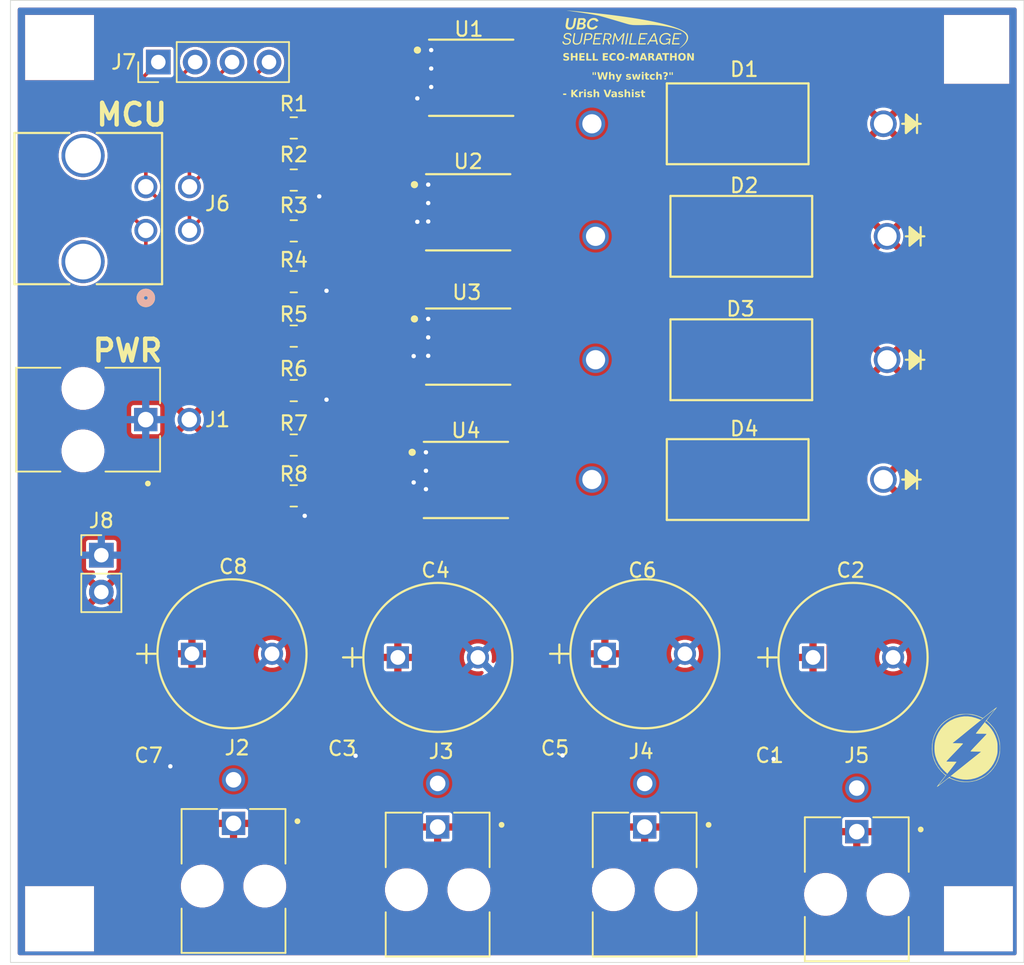
<source format=kicad_pcb>
(kicad_pcb (version 20241229) (generator "pcbnew") (generator_version "9.0")
  (layers (0 "F.Cu" signal) (2 "B.Cu" signal) (13 "F.Paste" user) (15 "B.Paste" user) (5 "F.SilkS" user "F.Silkscreen") (7 "B.SilkS" user "B.Silkscreen") (1 "F.Mask" user) (3 "B.Mask" user) (25 "Edge.Cuts" user))
  (net 0 "")
  (net 1 "GND")
  (net 2 "+VDC")
  (net 3 "/Drain_Q1")
  (net 4 "/Drain_Q3")
  (net 5 "/Drain_Q4")
  (net 6 "Net-(U1-G)")
  (net 7 "Net-(U2-G)")
  (net 8 "Net-(U3-G)")
  (net 9 "Net-(U4-G)")
  (net 10 "/Drain_Q2")
  (net 11 "/mcu_p1")
  (net 12 "/mcu_p2")
  (net 13 "/mcu_p3")
  (net 14 "/mcu_p4")
  (footprint "footprints_diodes:CR_30-E3&slash_54_VIS" (layer "F.Cu") (at 179.3345 45.5 180)
    (property "Reference" "D2" (at 9.8345 3.5 0) (layer "F.SilkS"))
    (property "Value" "D" (hide yes))
    (pad "1" thru_hole circle (at 0 0 180) (size 1.8288 1.8288) (drill 1.3208) (layers "*.Cu" "*.Mask") (net 2 "+VDC"))
    (pad "2" thru_hole circle (at 20.066 0 180) (size 1.8288 1.8288) (drill 1.3208) (layers "*.Cu" "*.Mask") (net 10 "/Drain_Q2"))
  )
  (footprint "footprints_43045-0221:MOLEX_43045-0221" (layer "F.Cu") (at 177.25 86.5)
    (property "Reference" "J5" (at 0 -5.25 0) (layer "F.SilkS"))
    (property "Value" "43045-0221")
    (pad "" np_thru_hole circle (at -2.15 4.32) (size 2.46 2.46) (drill 2.46) (layers "*.Cu" "*.Mask"))
    (pad "" np_thru_hole circle (at 2.15 4.32) (size 2.46 2.46) (drill 2.46) (layers "*.Cu" "*.Mask"))
    (pad "1" thru_hole rect (at 0 0) (size 1.605 1.605) (drill 1.07) (layers "*.Cu" "*.Mask") (net 2 "+VDC"))
    (pad "2" thru_hole circle (at 0 -3) (size 1.605 1.605) (drill 1.07) (layers "*.Cu" "*.Mask") (net 3 "/Drain_Q1"))
    (zone (net 0) (net_name "") (layer "F.Cu") (connect_pads (clearance 0)) (min_thickness 0.01)
      (keepout (tracks not_allowed) (vias not_allowed) (pads not_allowed) (copperpour not_allowed) (footprints allowed))
      (fill (thermal_gap 0.508) (thermal_bridge_width 0.508))
      (polygon (pts (xy 173.175 87.16) (xy 175.625 87.16) (xy 175.625 88.76) (xy 173.175 88.76)))
    )
    (zone (net 0) (net_name "") (layer "F.Cu") (connect_pads (clearance 0)) (min_thickness 0.01)
      (keepout (tracks not_allowed) (vias not_allowed) (pads not_allowed) (copperpour not_allowed) (footprints allowed))
      (fill (thermal_gap 0.508) (thermal_bridge_width 0.508))
      (polygon (pts (xy 178.875 87.16) (xy 181.325 87.16) (xy 181.325 88.76) (xy 178.875 88.76)))
    )
  )
  (footprint "Connector_PinHeader_2.54mm:PinHeader_1x04_P2.54mm_Vertical" (layer "F.Cu") (at 129.17 33.5 90)
    (property "Reference" "J7" (at 0 -2.38 180) (layer "F.SilkS"))
    (property "Value" "Conn_01x04_Pin")
    (pad "1" thru_hole rect (at 0 0 90) (size 1.7 1.7) (drill 1) (layers "*.Cu" "*.Mask") (net 11 "/mcu_p1"))
    (pad "2" thru_hole circle (at 0 2.54 90) (size 1.7 1.7) (drill 1) (layers "*.Cu" "*.Mask") (net 12 "/mcu_p2"))
    (pad "3" thru_hole circle (at 0 5.08 90) (size 1.7 1.7) (drill 1) (layers "*.Cu" "*.Mask") (net 13 "/mcu_p3"))
    (pad "4" thru_hole circle (at 0 7.62 90) (size 1.7 1.7) (drill 1) (layers "*.Cu" "*.Mask") (net 14 "/mcu_p4"))
  )
  (footprint "footprints_43045-0221:MOLEX_43045-0221" (layer "F.Cu") (at 134.35 85.93)
    (property "Reference" "J2" (at 0.245 -5.205 0) (layer "F.SilkS"))
    (property "Value" "43045-0221")
    (pad "" np_thru_hole circle (at -2.15 4.32) (size 2.46 2.46) (drill 2.46) (layers "*.Cu" "*.Mask"))
    (pad "" np_thru_hole circle (at 2.15 4.32) (size 2.46 2.46) (drill 2.46) (layers "*.Cu" "*.Mask"))
    (pad "1" thru_hole rect (at 0 0) (size 1.605 1.605) (drill 1.07) (layers "*.Cu" "*.Mask") (net 2 "+VDC"))
    (pad "2" thru_hole circle (at 0 -3) (size 1.605 1.605) (drill 1.07) (layers "*.Cu" "*.Mask") (net 5 "/Drain_Q4"))
    (zone (net 0) (net_name "") (layer "F.Cu") (connect_pads (clearance 0)) (min_thickness 0.01)
      (keepout (tracks not_allowed) (vias not_allowed) (pads not_allowed) (copperpour not_allowed) (footprints allowed))
      (fill (thermal_gap 0.508) (thermal_bridge_width 0.508))
      (polygon (pts (xy 130.275 86.59) (xy 132.725 86.59) (xy 132.725 88.19) (xy 130.275 88.19)))
    )
    (zone (net 0) (net_name "") (layer "F.Cu") (connect_pads (clearance 0)) (min_thickness 0.01)
      (keepout (tracks not_allowed) (vias not_allowed) (pads not_allowed) (copperpour not_allowed) (footprints allowed))
      (fill (thermal_gap 0.508) (thermal_bridge_width 0.508))
      (polygon (pts (xy 135.975 86.59) (xy 138.425 86.59) (xy 138.425 88.19) (xy 135.975 88.19)))
    )
  )
  (footprint "footprints_mosfet:DQJ0008A-MFG" (layer "F.Cu") (at 150.502499 53.095)
    (property "Reference" "U3" (at -0.094 -3.735 0) (layer "F.SilkS"))
    (property "Value" "CSD17578Q5A")
    (pad "1" smd rect (at -2.752499 -1.905) (size 0.750001 0.675) (layers "F.Cu" "F.Mask") (net 1 "GND"))
    (pad "2" smd rect (at -2.752499 -0.635) (size 0.750001 0.675) (layers "F.Cu" "F.Mask") (net 1 "GND"))
    (pad "3" smd rect (at -2.752499 0.635) (size 0.750001 0.675) (layers "F.Cu" "F.Mask") (net 1 "GND"))
    (pad "4" smd rect (at -2.752499 1.905) (size 0.750001 0.675) (layers "F.Cu" "F.Mask") (net 8 "Net-(U3-G)"))
    (pad "5" smd rect (at 0.45 -0.05) (size 4.45 4.5) (layers "F.Cu" "F.Mask" "F.Paste") (net 4 "/Drain_Q3"))
    (pad "5" smd circle (at 2.794 1.905) (size 0.599999 0.599999) (layers "F.Cu" "F.Mask") (net 4 "/Drain_Q3"))
    (pad "6" smd circle (at 2.794 0.635) (size 0.599999 0.599999) (layers "F.Cu" "F.Mask") (net 4 "/Drain_Q3"))
    (pad "7" smd circle (at 2.794 -0.635) (size 0.599999 0.599999) (layers "F.Cu" "F.Mask") (net 4 "/Drain_Q3"))
    (pad "8" smd circle (at 2.794 -1.905) (size 0.599999 0.599999) (layers "F.Cu" "F.Mask") (net 4 "/Drain_Q3"))
  )
  (footprint "footprints_capacitor:PCAP_10x16-THRU-ELECT_NCA" (layer "F.Cu") (at 131.4882 74.25)
    (property "Reference" "C8" (at 2.83915 -6 0) (layer "F.SilkS"))
    (property "Value" "200 μ")
    (pad "1" thru_hole rect (at 0 0) (size 1.524 1.524) (drill 1.016) (layers "*.Cu" "*.Mask") (net 2 "+VDC"))
    (pad "2" thru_hole circle (at 5.5118 0) (size 1.524 1.524) (drill 1.016) (layers "*.Cu" "*.Mask") (net 1 "GND"))
  )
  (footprint "footprints_mosfet:DQJ0008A-MFG" (layer "F.Cu") (at 150.70775 34.579998)
    (property "Reference" "U1" (at -0.161251 -3.349998 0) (layer "F.SilkS"))
    (property "Value" "CSD17578Q5A")
    (pad "1" smd rect (at -2.752499 -1.905) (size 0.750001 0.675) (layers "F.Cu" "F.Mask") (net 1 "GND"))
    (pad "2" smd rect (at -2.752499 -0.635) (size 0.750001 0.675) (layers "F.Cu" "F.Mask") (net 1 "GND"))
    (pad "3" smd rect (at -2.752499 0.635) (size 0.750001 0.675) (layers "F.Cu" "F.Mask") (net 1 "GND"))
    (pad "4" smd rect (at -2.752499 1.905) (size 0.750001 0.675) (layers "F.Cu" "F.Mask") (net 6 "Net-(U1-G)"))
    (pad "5" smd rect (at 0.45 -0.05) (size 4.45 4.5) (layers "F.Cu" "F.Mask" "F.Paste") (net 3 "/Drain_Q1"))
    (pad "5" smd circle (at 2.794 1.905) (size 0.599999 0.599999) (layers "F.Cu" "F.Mask") (net 3 "/Drain_Q1"))
    (pad "6" smd circle (at 2.794 0.635) (size 0.599999 0.599999) (layers "F.Cu" "F.Mask") (net 3 "/Drain_Q1"))
    (pad "7" smd circle (at 2.794 -0.635) (size 0.599999 0.599999) (layers "F.Cu" "F.Mask") (net 3 "/Drain_Q1"))
    (pad "8" smd circle (at 2.794 -1.905) (size 0.599999 0.599999) (layers "F.Cu" "F.Mask") (net 3 "/Drain_Q1"))
  )
  (footprint "footprints_decoupling:CAPC17595_95N_KEM" (layer "F.Cu") (at 142 82.272201)
    (property "Reference" "C3" (at -0.1742 -1.5 0) (layer "F.SilkS"))
    (property "Value" "0.1 μ")
    (pad "1" smd rect (at -0.727799 0) (size 1.005599 0.949998) (layers "F.Cu" "F.Mask" "F.Paste") (net 2 "+VDC"))
    (pad "2" smd rect (at 0.727799 0) (size 1.005599 0.949998) (layers "F.Cu" "F.Mask" "F.Paste") (net 1 "GND"))
    (zone (net 0) (net_name "") (layer "F.Cu") (connect_pads (clearance 0)) (min_thickness 0.254)
      (keepout (tracks not_allowed) (vias not_allowed) (pads allowed) (copperpour not_allowed) (footprints allowed))
      (fill (thermal_gap 0.508) (thermal_bridge_width 0.508))
      (polygon (pts (xy 141.8258 81.848002) (xy 142.1742 81.848002) (xy 142.1742 82.6964) (xy 141.8258 82.6964)))
    )
  )
  (footprint "footprints_capacitor:PCAP_10x16-THRU-ELECT_NCA" (layer "F.Cu") (at 159.91085 74.25)
    (property "Reference" "C6" (at 2.58915 -5.75 0) (layer "F.SilkS"))
    (property "Value" "200 μ")
    (pad "1" thru_hole rect (at 0 0) (size 1.524 1.524) (drill 1.016) (layers "*.Cu" "*.Mask") (net 2 "+VDC"))
    (pad "2" thru_hole circle (at 5.5118 0) (size 1.524 1.524) (drill 1.016) (layers "*.Cu" "*.Mask") (net 1 "GND"))
  )
  (footprint "footprints_diodes:CR_30-E3&slash_54_VIS" (layer "F.Cu") (at 179.0845 37.75 180)
    (property "Reference" "D1" (hide yes))
    (property "Value" "D" (hide yes))
    (pad "1" thru_hole circle (at 0 0 180) (size 1.8288 1.8288) (drill 1.3208) (layers "*.Cu" "*.Mask") (net 2 "+VDC"))
    (pad "2" thru_hole circle (at 20.066 0 180) (size 1.8288 1.8288) (drill 1.3208) (layers "*.Cu" "*.Mask") (net 3 "/Drain_Q1"))
  )
  (footprint "footprints_capacitor:flash_logo" (layer "F.Cu") (at 184.75 80.75)
    (property "Reference" "G***" (hide yes))
    (property "Value" "LOGO" (hide yes))
  )
  (footprint "MountingHole:MountingHole_2.2mm_M2_DIN965" (layer "F.Cu") (at 185.5 32.5)
    (property "Reference" "REF**" (hide yes))
    (property "Value" "MountingHole_2")
    (pad "" np_thru_hole circle (at 0 0) (size 2.2 2.2) (drill 2.2) (layers "*.Cu" "*.Mask"))
  )
  (footprint "Resistor_SMD:R_0805_2012Metric_Pad1.20x1.40mm_HandSolder" (layer "F.Cu") (at 138.495416 63.375 180)
    (property "Reference" "R8" (at 0 1.5 0) (layer "F.SilkS"))
    (property "Value" "100k")
    (pad "1" smd roundrect (at -1 0 180) (size 1.2 1.4) (layers "F.Cu" "F.Mask" "F.Paste") (roundrect_rratio 0.208333) (net 1 "GND"))
    (pad "2" smd roundrect (at 1 0 180) (size 1.2 1.4) (layers "F.Cu" "F.Mask" "F.Paste") (roundrect_rratio 0.208333) (net 9 "Net-(U4-G)"))
  )
  (footprint "MountingHole:MountingHole_2.2mm_M2_DIN965" (layer "F.Cu") (at 185.75 92.5)
    (property "Reference" "REF**" (hide yes))
    (property "Value" "MountingHole_3")
    (pad "" np_thru_hole circle (at 0 0) (size 2.2 2.2) (drill 2.2) (layers "*.Cu" "*.Mask"))
  )
  (footprint "Resistor_SMD:R_0805_2012Metric_Pad1.20x1.40mm_HandSolder" (layer "F.Cu") (at 138.495416 48.625 180)
    (property "Reference" "R4" (at 0 1.5 0) (layer "F.SilkS"))
    (property "Value" "100k")
    (pad "1" smd roundrect (at -1 0 180) (size 1.2 1.4) (layers "F.Cu" "F.Mask" "F.Paste") (roundrect_rratio 0.208333) (net 1 "GND"))
    (pad "2" smd roundrect (at 1 0 180) (size 1.2 1.4) (layers "F.Cu" "F.Mask" "F.Paste") (roundrect_rratio 0.208333) (net 7 "Net-(U2-G)"))
  )
  (footprint "footprints_capacitor:PCAP_10x16-THRU-ELECT_NCA" (layer "F.Cu") (at 145.66085 74.5)
    (property "Reference" "C4" (at 2.58915 -6 0) (layer "F.SilkS"))
    (property "Value" "200 μ")
    (pad "1" thru_hole rect (at 0 0) (size 1.524 1.524) (drill 1.016) (layers "*.Cu" "*.Mask") (net 2 "+VDC"))
    (pad "2" thru_hole circle (at 5.5118 0) (size 1.524 1.524) (drill 1.016) (layers "*.Cu" "*.Mask") (net 1 "GND"))
  )
  (footprint "footprints_decoupling:CAPC17595_95N_KEM" (layer "F.Cu") (at 171.272201 82.75)
    (property "Reference" "C1" (at -0.022201 -1.5 0) (layer "F.SilkS"))
    (property "Value" "0.1 μ")
    (pad "1" smd rect (at -0.727799 0) (size 1.005599 0.949998) (layers "F.Cu" "F.Mask" "F.Paste") (net 2 "+VDC"))
    (pad "2" smd rect (at 0.727799 0) (size 1.005599 0.949998) (layers "F.Cu" "F.Mask" "F.Paste") (net 1 "GND"))
    (zone (net 0) (net_name "") (layer "F.Cu") (connect_pads (clearance 0)) (min_thickness 0.254)
      (keepout (tracks not_allowed) (vias not_allowed) (pads allowed) (copperpour not_allowed) (footprints allowed))
      (fill (thermal_gap 0.508) (thermal_bridge_width 0.508))
      (polygon (pts (xy 171.098001 82.325801) (xy 171.446401 82.325801) (xy 171.446401 83.174199) (xy 171.098001 83.174199)))
    )
  )
  (footprint "footprints_43045-0421:CONN_SD-43045-008_04_MOL" (layer "F.Cu") (at 128.314301 45.0896 -90)
    (property "Reference" "J6" (at -1.8396 -4.935699 0) (layer "F.SilkS"))
    (property "Value" "430450421")
    (pad "" thru_hole circle (at -5.15 4.320002 270) (size 2.9718 2.9718) (drill 2.4638) (layers "*.Cu" "*.Mask"))
    (pad "" thru_hole circle (at 2.150001 4.320002 270) (size 2.9718 2.9718) (drill 2.4638) (layers "*.Cu" "*.Mask"))
    (pad "1" thru_hole circle (at 0 0 270) (size 1.5748 1.5748) (drill 1.0668) (layers "*.Cu" "*.Mask") (net 11 "/mcu_p1"))
    (pad "2" thru_hole circle (at -2.999999 0 270) (size 1.5748 1.5748) (drill 1.0668) (layers "*.Cu" "*.Mask") (net 12 "/mcu_p2"))
    (pad "3" thru_hole circle (at 0 -2.999999 270) (size 1.5748 1.5748) (drill 1.0668) (layers "*.Cu" "*.Mask") (net 13 "/mcu_p3"))
    (pad "4" thru_hole circle (at -2.999999 -2.999999 270) (size 1.5748 1.5748) (drill 1.0668) (layers "*.Cu" "*.Mask") (net 14 "/mcu_p4"))
  )
  (footprint "footprints_mosfet:DQJ0008A-MFG" (layer "F.Cu") (at 150.346499 62.28)
    (property "Reference" "U4" (at -0.002499 -3.405 0) (layer "F.SilkS"))
    (property "Value" "CSD17578Q5A")
    (pad "1" smd rect (at -2.752499 -1.905) (size 0.750001 0.675) (layers "F.Cu" "F.Mask") (net 1 "GND"))
    (pad "2" smd rect (at -2.752499 -0.635) (size 0.750001 0.675) (layers "F.Cu" "F.Mask") (net 1 "GND"))
    (pad "3" smd rect (at -2.752499 0.635) (size 0.750001 0.675) (layers "F.Cu" "F.Mask") (net 1 "GND"))
    (pad "4" smd rect (at -2.752499 1.905) (size 0.750001 0.675) (layers "F.Cu" "F.Mask") (net 9 "Net-(U4-G)"))
    (pad "5" smd rect (at 0.45 -0.05) (size 4.45 4.5) (layers "F.Cu" "F.Mask" "F.Paste") (net 5 "/Drain_Q4"))
    (pad "5" smd circle (at 2.794 1.905) (size 0.599999 0.599999) (layers "F.Cu" "F.Mask") (net 5 "/Drain_Q4"))
    (pad "6" smd circle (at 2.794 0.635) (size 0.599999 0.599999) (layers "F.Cu" "F.Mask") (net 5 "/Drain_Q4"))
    (pad "7" smd circle (at 2.794 -0.635) (size 0.599999 0.599999) (layers "F.Cu" "F.Mask") (net 5 "/Drain_Q4"))
    (pad "8" smd circle (at 2.794 -1.905) (size 0.599999 0.599999) (layers "F.Cu" "F.Mask") (net 5 "/Drain_Q4"))
  )
  (footprint "Resistor_SMD:R_0805_2012Metric_Pad1.20x1.40mm_HandSolder" (layer "F.Cu") (at 138.495416 59.875 180)
    (property "Reference" "R7" (at 0 1.5 0) (layer "F.SilkS"))
    (property "Value" "100")
    (pad "1" smd roundrect (at -1 0 180) (size 1.2 1.4) (layers "F.Cu" "F.Mask" "F.Paste") (roundrect_rratio 0.208333) (net 11 "/mcu_p1"))
    (pad "2" smd roundrect (at 1 0 180) (size 1.2 1.4) (layers "F.Cu" "F.Mask" "F.Paste") (roundrect_rratio 0.208333) (net 9 "Net-(U4-G)"))
  )
  (footprint "footprints_diodes:CR_30-E3&slash_54_VIS" (layer "F.Cu") (at 179.0845 62.25 180)
    (property "Reference" "D4" (at 9.5845 3.5 0) (layer "F.SilkS"))
    (property "Value" "D" (hide yes))
    (pad "1" thru_hole circle (at 0 0 180) (size 1.8288 1.8288) (drill 1.3208) (layers "*.Cu" "*.Mask") (net 2 "+VDC"))
    (pad "2" thru_hole circle (at 20.066 0 180) (size 1.8288 1.8288) (drill 1.3208) (layers "*.Cu" "*.Mask") (net 5 "/Drain_Q4"))
  )
  (footprint "Resistor_SMD:R_0805_2012Metric_Pad1.20x1.40mm_HandSolder" (layer "F.Cu") (at 138.495416 56.125 180)
    (property "Reference" "R6" (at 0 1.5 0) (layer "F.SilkS"))
    (property "Value" "100k")
    (pad "1" smd roundrect (at -1 0 180) (size 1.2 1.4) (layers "F.Cu" "F.Mask" "F.Paste") (roundrect_rratio 0.208333) (net 1 "GND"))
    (pad "2" smd roundrect (at 1 0 180) (size 1.2 1.4) (layers "F.Cu" "F.Mask" "F.Paste") (roundrect_rratio 0.208333) (net 8 "Net-(U3-G)"))
  )
  (footprint "Resistor_SMD:R_0805_2012Metric_Pad1.20x1.40mm_HandSolder" (layer "F.Cu") (at 138.495416 38.03585 180)
    (property "Reference" "R1" (at 0 1.66085 0) (layer "F.SilkS"))
    (property "Value" "100")
    (pad "1" smd roundrect (at -1 0 180) (size 1.2 1.4) (layers "F.Cu" "F.Mask" "F.Paste") (roundrect_rratio 0.208333) (net 14 "/mcu_p4"))
    (pad "2" smd roundrect (at 1 0 180) (size 1.2 1.4) (layers "F.Cu" "F.Mask" "F.Paste") (roundrect_rratio 0.208333) (net 6 "Net-(U1-G)"))
  )
  (footprint "footprints_43045-0221:MOLEX_43045-0221" (layer "F.Cu") (at 128.305 58.125 -90)
    (property "Reference" "J1" (at 0 -4.945 0) (layer "F.SilkS"))
    (property "Value" "43045-0221")
    (pad "" np_thru_hole circle (at -2.15 4.32 270) (size 2.46 2.46) (drill 2.46) (layers "*.Cu" "*.Mask"))
    (pad "" np_thru_hole circle (at 2.15 4.32 270) (size 2.46 2.46) (drill 2.46) (layers "*.Cu" "*.Mask"))
    (pad "1" thru_hole rect (at 0 0 270) (size 1.605 1.605) (drill 1.07) (layers "*.Cu" "*.Mask") (net 1 "GND"))
    (pad "2" thru_hole circle (at 0 -3 270) (size 1.605 1.605) (drill 1.07) (layers "*.Cu" "*.Mask") (net 2 "+VDC"))
    (zone (net 0) (net_name "") (layer "F.Cu") (connect_pads (clearance 0)) (min_thickness 0.01)
      (keepout (tracks not_allowed) (vias not_allowed) (pads not_allowed) (copperpour not_allowed) (footprints allowed))
      (fill (thermal_gap 0.508) (thermal_bridge_width 0.508))
      (polygon (pts (xy 127.645 54.05) (xy 127.645 56.5) (xy 126.045 56.5) (xy 126.045 54.05)))
    )
    (zone (net 0) (net_name "") (layer "F.Cu") (connect_pads (clearance 0)) (min_thickness 0.01)
      (keepout (tracks not_allowed) (vias not_allowed) (pads not_allowed) (copperpour not_allowed) (footprints allowed))
      (fill (thermal_gap 0.508) (thermal_bridge_width 0.508))
      (polygon (pts (xy 127.645 59.75) (xy 127.645 62.2) (xy 126.045 62.2) (xy 126.045 59.75)))
    )
  )
  (footprint "footprints_mosfet:DQJ0008A-MFG" (layer "F.Cu") (at 150.502499 43.845)
    (property "Reference" "U2" (at 0 -3.5 0) (layer "F.SilkS"))
    (property "Value" "CSD17578Q5A")
    (pad "1" smd rect (at -2.752499 -1.905) (size 0.750001 0.675) (layers "F.Cu" "F.Mask") (net 1 "GND"))
    (pad "2" smd rect (at -2.752499 -0.635) (size 0.750001 0.675) (layers "F.Cu" "F.Mask") (net 1 "GND"))
    (pad "3" smd rect (at -2.752499 0.635) (size 0.750001 0.675) (layers "F.Cu" "F.Mask") (net 1 "GND"))
    (pad "4" smd rect (at -2.752499 1.905) (size 0.750001 0.675) (layers "F.Cu" "F.Mask") (net 7 "Net-(U2-G)"))
    (pad "5" smd rect (at 0.45 -0.05) (size 4.45 4.5) (layers "F.Cu" "F.Mask" "F.Paste") (net 10 "/Drain_Q2"))
    (pad "5" smd circle (at 2.794 1.905) (size 0.599999 0.599999) (layers "F.Cu" "F.Mask") (net 10 "/Drain_Q2"))
    (pad "6" smd circle (at 2.794 0.635) (size 0.599999 0.599999) (layers "F.Cu" "F.Mask") (net 10 "/Drain_Q2"))
    (pad "7" smd circle (at 2.794 -0.635) (size 0.599999 0.599999) (layers "F.Cu" "F.Mask") (net 10 "/Drain_Q2"))
    (pad "8" smd circle (at 2.794 -1.905) (size 0.599999 0.599999) (layers "F.Cu" "F.Mask") (net 10 "/Drain_Q2"))
  )
  (footprint "Connector_PinHeader_2.54mm:PinHeader_1x02_P2.54mm_Vertical" (layer "F.Cu") (at 125.25 67.46)
    (property "Reference" "J8" (at 0 -2.38 0) (layer "F.SilkS"))
    (property "Value" "Conn_01x02_Pin")
    (pad "1" thru_hole rect (at 0 0) (size 1.7 1.7) (drill 1) (layers "*.Cu" "*.Mask") (net 1 "GND"))
    (pad "2" thru_hole circle (at 0 2.54) (size 1.7 1.7) (drill 1) (layers "*.Cu" "*.Mask") (net 2 "+VDC"))
  )
  (footprint "footprints_43045-0221:MOLEX_43045-0221" (layer "F.Cu") (at 162.65 86.18)
    (property "Reference" "J4" (at -0.245 -5.205 0) (layer "F.SilkS"))
    (property "Value" "43045-0221")
    (pad "" np_thru_hole circle (at -2.15 4.32) (size 2.46 2.46) (drill 2.46) (layers "*.Cu" "*.Mask"))
    (pad "" np_thru_hole circle (at 2.15 4.32) (size 2.46 2.46) (drill 2.46) (layers "*.Cu" "*.Mask"))
    (pad "1" thru_hole rect (at 0 0) (size 1.605 1.605) (drill 1.07) (layers "*.Cu" "*.Mask") (net 2 "+VDC"))
    (pad "2" thru_hole circle (at 0 -3) (size 1.605 1.605) (drill 1.07) (layers "*.Cu" "*.Mask") (net 10 "/Drain_Q2"))
    (zone (net 0) (net_name "") (layer "F.Cu") (connect_pads (clearance 0)) (min_thickness 0.01)
      (keepout (tracks not_allowed) (vias not_allowed) (pads not_allowed) (copperpour not_allowed) (footprints allowed))
      (fill (thermal_gap 0.508) (thermal_bridge_width 0.508))
      (polygon (pts (xy 158.575 86.84) (xy 161.025 86.84) (xy 161.025 88.44) (xy 158.575 88.44)))
    )
    (zone (net 0) (net_name "") (layer "F.Cu") (connect_pads (clearance 0)) (min_thickness 0.01)
      (keepout (tracks not_allowed) (vias not_allowed) (pads not_allowed) (copperpour not_allowed) (footprints allowed))
      (fill (thermal_gap 0.508) (thermal_bridge_width 0.508))
      (polygon (pts (xy 164.275 86.84) (xy 166.725 86.84) (xy 166.725 88.44) (xy 164.275 88.44)))
    )
  )
  (footprint "footprints_diodes:CR_30-E3&slash_54_VIS" (layer "F.Cu") (at 179.3345 54 180)
    (property "Reference" "D3" (at 10.0845 3.5 0) (layer "F.SilkS"))
    (property "Value" "D" (hide yes))
    (pad "1" thru_hole circle (at 0 0 180) (size 1.8288 1.8288) (drill 1.3208) (layers "*.Cu" "*.Mask") (net 2 "+VDC"))
    (pad "2" thru_hole circle (at 20.066 0 180) (size 1.8288 1.8288) (drill 1.3208) (layers "*.Cu" "*.Mask") (net 4 "/Drain_Q3"))
  )
  (footprint "footprints_capacitor:PCAP_10x16-THRU-ELECT_NCA" (layer "F.Cu") (at 174.2382 74.5)
    (property "Reference" "C2" (at 2.58915 -6 0) (layer "F.SilkS"))
    (property "Value" "200 μ")
    (pad "1" thru_hole rect (at 0 0) (size 1.524 1.524) (drill 1.016) (layers "*.Cu" "*.Mask") (net 2 "+VDC"))
    (pad "2" thru_hole circle (at 5.5118 0) (size 1.524 1.524) (drill 1.016) (layers "*.Cu" "*.Mask") (net 1 "GND"))
  )
  (footprint "footprints_capacitor:supermileagelogo" (layer "F.Cu") (at 161.25 31.5)
    (property "Reference" "G***" (hide yes))
    (property "Value" "LOGO" (hide yes))
  )
  (footprint "MountingHole:MountingHole_2.2mm_M2_DIN965" (layer "F.Cu") (at 122.245416 32.375)
    (property "Reference" "MH_1" (hide yes))
    (property "Value" "MountingHole_1")
    (pad "" np_thru_hole circle (at 0 0) (size 2.2 2.2) (drill 2.2) (layers "*.Cu" "*.Mask"))
  )
  (footprint "MountingHole:MountingHole_2.2mm_M2_DIN965" (layer "F.Cu") (at 122.25 92.5)
    (property "Reference" "REF**" (hide yes))
    (property "Value" "MountingHole_4")
    (pad "" np_thru_hole circle (at 0 0) (size 2.2 2.2) (drill 2.2) (layers "*.Cu" "*.Mask"))
  )
  (footprint "footprints_decoupling:CAPC17595_95N_KEM" (layer "F.Cu") (at 128.5 82.75)
    (property "Reference" "C7" (at 0 -1.5 0) (layer "F.SilkS"))
    (property "Value" "0.1 μ")
    (pad "1" smd rect (at -0.727799 0) (size 1.005599 0.949998) (layers "F.Cu" "F.Mask" "F.Paste") (net 2 "+VDC"))
    (pad "2" smd rect (at 0.727799 0) (size 1.005599 0.949998) (layers "F.Cu" "F.Mask" "F.Paste") (net 1 "GND"))
    (zone (net 0) (net_name "") (layer "F.Cu") (connect_pads (clearance 0)) (min_thickness 0.254)
      (keepout (tracks not_allowed) (vias not_allowed) (pads allowed) (copperpour not_allowed) (footprints allowed))
      (fill (thermal_gap 0.508) (thermal_bridge_width 0.508))
      (polygon (pts (xy 128.3258 82.325801) (xy 128.6742 82.325801) (xy 128.6742 83.174199) (xy 128.3258 83.174199)))
    )
  )
  (footprint "footprints_43045-0221:MOLEX_43045-0221" (layer "F.Cu") (at 148.4 86.18)
    (property "Reference" "J3" (at 0.245 -5.205 0) (layer "F.SilkS"))
    (property "Value" "43045-0221")
    (pad "" np_thru_hole circle (at -2.15 4.32) (size 2.46 2.46) (drill 2.46) (layers "*.Cu" "*.Mask"))
    (pad "" np_thru_hole circle (at 2.15 4.32) (size 2.46 2.46) (drill 2.46) (layers "*.Cu" "*.Mask"))
    (pad "1" thru_hole rect (at 0 0) (size 1.605 1.605) (drill 1.07) (layers "*.Cu" "*.Mask") (net 2 "+VDC"))
    (pad "2" thru_hole circle (at 0 -3) (size 1.605 1.605) (drill 1.07) (layers "*.Cu" "*.Mask") (net 4 "/Drain_Q3"))
    (zone (net 0) (net_name "") (layer "F.Cu") (connect_pads (clearance 0)) (min_thickness 0.01)
      (keepout (tracks not_allowed) (vias not_allowed) (pads not_allowed) (copperpour not_allowed) (footprints allowed))
      (fill (thermal_gap 0.508) (thermal_bridge_width 0.508))
      (polygon (pts (xy 144.325 86.84) (xy 146.775 86.84) (xy 146.775 88.44) (xy 144.325 88.44)))
    )
    (zone (net 0) (net_name "") (layer "F.Cu") (connect_pads (clearance 0)) (min_thickness 0.01)
      (keepout (tracks not_allowed) (vias not_allowed) (pads not_allowed) (copperpour not_allowed) (footprints allowed))
      (fill (thermal_gap 0.508) (thermal_bridge_width 0.508))
      (polygon (pts (xy 150.025 86.84) (xy 152.475 86.84) (xy 152.475 88.44) (xy 150.025 88.44)))
    )
  )
  (footprint "Resistor_SMD:R_0805_2012Metric_Pad1.20x1.40mm_HandSolder" (layer "F.Cu") (at 138.495416 45.125 180)
    (property "Reference" "R3" (at 0 1.75 0) (layer "F.SilkS"))
    (property "Value" "100")
    (pad "1" smd roundrect (at -1 0 180) (size 1.2 1.4) (layers "F.Cu" "F.Mask" "F.Paste") (roundrect_rratio 0.208333) (net 13 "/mcu_p3"))
    (pad "2" smd roundrect (at 1 0 180) (size 1.2 1.4) (layers "F.Cu" "F.Mask" "F.Paste") (roundrect_rratio 0.208333) (net 7 "Net-(U2-G)"))
  )
  (footprint "footprints_decoupling:CAPC17595_95N_KEM" (layer "F.Cu") (at 156.5 82.25)
    (property "Reference" "C5" (at -0.022201 -1.5 0) (layer "F.SilkS"))
    (property "Value" "0.1 μ")
    (pad "1" smd rect (at -0.727799 0) (size 1.005599 0.949998) (layers "F.Cu" "F.Mask" "F.Paste") (net 2 "+VDC"))
    (pad "2" smd rect (at 0.727799 0) (size 1.005599 0.949998) (layers "F.Cu" "F.Mask" "F.Paste") (net 1 "GND"))
    (zone (net 0) (net_name "") (layer "F.Cu") (connect_pads (clearance 0)) (min_thickness 0.254)
      (keepout (tracks not_allowed) (vias not_allowed) (pads allowed) (copperpour not_allowed) (footprints allowed))
      (fill (thermal_gap 0.508) (thermal_bridge_width 0.508))
      (polygon (pts (xy 156.3258 81.825801) (xy 156.6742 81.825801) (xy 156.6742 82.674199) (xy 156.3258 82.674199)))
    )
  )
  (footprint "Resistor_SMD:R_0805_2012Metric_Pad1.20x1.40mm_HandSolder" (layer "F.Cu") (at 138.495416 52.375 180)
    (property "Reference" "R5" (at 0 1.5 0) (layer "F.SilkS"))
    (property "Value" "100")
    (pad "1" smd roundrect (at -1 0 180) (size 1.2 1.4) (layers "F.Cu" "F.Mask" "F.Paste") (roundrect_rratio 0.208333) (net 12 "/mcu_p2"))
    (pad "2" smd roundrect (at 1 0 180) (size 1.2 1.4) (layers "F.Cu" "F.Mask" "F.Paste") (roundrect_rratio 0.208333) (net 8 "Net-(U3-G)"))
  )
  (footprint "Resistor_SMD:R_0805_2012Metric_Pad1.20x1.40mm_HandSolder" (layer "F.Cu") (at 138.495416 41.625 180)
    (property "Reference" "R2" (at 0 1.75 0) (layer "F.SilkS"))
    (property "Value" "100k")
    (pad "1" smd roundrect (at -1 0 180) (size 1.2 1.4) (layers "F.Cu" "F.Mask" "F.Paste") (roundrect_rratio 0.208333) (net 1 "GND"))
    (pad "2" smd roundrect (at 1 0 180) (size 1.2 1.4) (layers "F.Cu" "F.Mask" "F.Paste") (roundrect_rratio 0.208333) (net 6 "Net-(U1-G)"))
  )
  (gr_poly (pts (xy 146.25 32) (xy 146.25 36.5) (xy 148.75 35.75) (xy 148.75 31.75)) (stroke (width 0.2)) (fill yes) (layer "F.Cu") (net 1))
  (gr_poly (pts (xy 146 41.25) (xy 146 45.75) (xy 148.5 45) (xy 148.5 41)) (stroke (width 0.2)) (fill yes) (layer "F.Cu") (net 1))
  (gr_poly (pts (xy 145.5 59.75) (xy 145.5 64.25) (xy 148 63.5) (xy 148 59.5)) (stroke (width 0.2)) (fill yes) (layer "F.Cu") (net 1))
  (gr_poly (pts (xy 146 50) (xy 146 54.5) (xy 148.5 53.75) (xy 148.5 49.75)) (stroke (width 0.2)) (fill yes) (layer "F.Cu") (net 1))
  (gr_rect (start 118.995416 29.25) (end 188.754584 95.509168) (stroke (width 0.05)) (fill no) (layer "Edge.Cuts"))
  (gr_text "{dblquote}Why switch?{dblquote}" (at 159 34.5 0) (layer "F.SilkS") (effects (font (size 0.5 0.5) (thickness 0.125) (bold yes) (italic yes)) (justify left)))
  (gr_text "SHELL ECO-MARATHON\n\n\n- Krish Vashist" (at 157 36 0) (layer "F.SilkS") (effects (font (size 0.5 0.5) (thickness 0.125) (bold yes)) (justify left bottom)))
  (gr_text "MCU" (at 124.75 38 0) (layer "F.SilkS") (effects (font (size 1.5 1.5) (thickness 0.3) (bold yes)) (justify left bottom)))
  (gr_text "D1" (at 169.5 34 0) (layer "F.SilkS") (effects (font (size 1 1))))
  (gr_text "PWR" (at 124.5 54.25 0) (layer "F.SilkS") (effects (font (size 1.5 1.5) (thickness 0.3) (bold yes)) (justify left bottom)))
  (segment (start 147.489 61.75) (end 147.594 61.645) (width 0.25) (layer "F.Cu") (net 1))
  (segment (start 172 81.977799) (end 172 82.75) (width 0.25) (layer "F.Cu") (net 1))
  (segment (start 147.75 52.46) (end 147.75 51.19) (width 0.25) (layer "F.Cu") (net 1))
  (segment (start 140.120416 56.75) (end 139.495416 56.125) (width 0.25) (layer "F.Cu") (net 1))
  (segment (start 140.25 42.75) (end 140.25 42.379584) (width 0.25) (layer "F.Cu") (net 1))
  (segment (start 140.25 42.379584) (end 139.495416 41.625) (width 0.25) (layer "F.Cu") (net 1))
  (segment (start 142.75 82.25) (end 142.727799 82.272201) (width 0.25) (layer "F.Cu") (net 1))
  (segment (start 140.75 56.75) (end 140.120416 56.75) (width 0.25) (layer "F.Cu") (net 1))
  (segment (start 147 44.5) (end 147.73 44.5) (width 0.25) (layer "F.Cu") (net 1))
  (segment (start 146.75 61.75) (end 147.489 61.75) (width 0.25) (layer "F.Cu") (net 1))
  (segment (start 147.73 53.75) (end 147.75 53.73) (width 0.25) (layer "F.Cu") (net 1))
  (segment (start 157 81.25) (end 157 82.022201) (width 0.25) (layer "F.Cu") (net 1))
  (segment (start 140.75 49.25) (end 140.120416 49.25) (width 0.25) (layer "F.Cu") (net 1))
  (segment (start 171.522201 81.5) (end 172 81.977799) (width 0.25) (layer "F.Cu") (net 1))
  (segment (start 129.977799 82) (end 129.227799 82.75) (width 0.25) (layer "F.Cu") (net 1))
  (segment (start 147.75 43.21) (end 147.75 41.94) (width 0.25) (layer "F.Cu") (net 1))
  (segment (start 147.594 61.645) (end 147.594 60.375) (width 0.25) (layer "F.Cu") (net 1))
  (segment (start 130 82) (end 129.977799 82) (width 0.25) (layer "F.Cu") (net 1))
  (segment (start 147.75 44.48) (end 147.75 43.21) (width 0.25) (layer "F.Cu") (net 1))
  (segment (start 139.25 64.75) (end 139.25 63.620416) (width 0.25) (layer "F.Cu") (net 1))
  (segment (start 147.73 44.5) (end 147.75 44.48) (width 0.25) (layer "F.Cu") (net 1))
  (segment (start 142.75 81.272201) (end 142.75 82.25) (width 0.25) (layer "F.Cu") (net 1))
  (segment (start 147.75 53.73) (end 147.75 52.46) (width 0.25) (layer "F.Cu") (net 1))
  (segment (start 139.25 63.620416) (end 139.495416 63.375) (width 0.25) (layer "F.Cu") (net 1))
  (segment (start 147.594 61.645) (end 147.594 62.915) (width 0.25) (layer "F.Cu") (net 1))
  (segment (start 172 82.477519) (end 172 82.75) (width 0.2) (layer "F.Cu") (net 1))
  (segment (start 147.170249 36) (end 147.955251 35.214998) (width 0.25) (layer "F.Cu") (net 1))
  (segment (start 147 36) (end 147.170249 36) (width 0.25) (layer "F.Cu") (net 1))
  (segment (start 147.955251 35.214998) (end 147.955251 33.944998) (width 0.25) (layer "F.Cu") (net 1))
  (segment (start 140.120416 49.25) (end 139.495416 48.625) (width 0.25) (layer "F.Cu") (net 1))
  (segment (start 147.955251 33.944998) (end 147.955251 32.674998) (width 0.25) (layer "F.Cu") (net 1))
  (segment (start 146.75 53.75) (end 147.73 53.75) (width 0.25) (layer "F.Cu") (net 1))
  (segment (start 157 82.022201) (end 157.227799 82.25) (width 0.25) (layer "F.Cu") (net 1))
  (via (at 157 81.25) (size 0.6) (drill 0.3) (layers "F.Cu" "B.Cu") (net 1))
  (via (at 142.75 81.272201) (size 0.6) (drill 0.3) (layers "F.Cu" "B.Cu") (net 1))
  (via (at 146.75 62.450003) (size 0.6) (drill 0.3) (layers "F.Cu" "B.Cu") (net 1))
  (via (at 147.594 60.375) (size 0.6) (drill 0.3) (layers "F.Cu" "B.Cu") (net 1))
  (via (at 147.955251 35.214998) (size 0.6) (drill 0.3) (layers "F.Cu" "B.Cu") (net 1))
  (via (at 147.75 43.21) (size 0.6) (drill 0.3) (layers "F.Cu" "B.Cu") (net 1))
  (via (at 147.75 44.48) (size 0.6) (drill 0.3) (layers "F.Cu" "B.Cu") (net 1))
  (via (at 171.522201 81.5) (size 0.6) (drill 0.3) (layers "F.Cu" "B.Cu") (net 1))
  (via (at 147 44.5) (size 0.6) (drill 0.3) (layers "F.Cu" "B.Cu") (net 1))
  (via (at 147.955251 33.944998) (size 0.6) (drill 0.3) (layers "F.Cu" "B.Cu") (net 1))
  (via (at 139.25 64.75) (size 0.6) (drill 0.3) (layers "F.Cu" "B.Cu") (net 1))
  (via (at 146.75 53.75) (size 0.6) (drill 0.3) (layers "F.Cu" "B.Cu") (net 1))
  (via (at 140.75 56.75) (size 0.6) (drill 0.3) (layers "F.Cu" "B.Cu") (net 1))
  (via (at 130 82) (size 0.6) (drill 0.3) (layers "F.Cu" "B.Cu") (net 1))
  (via (at 147.955251 32.674998) (size 0.6) (drill 0.3) (layers "F.Cu" "B.Cu") (net 1))
  (via (at 147.75 53.73) (size 0.6) (drill 0.3) (layers "F.Cu" "B.Cu") (net 1))
  (via (at 140.25 42.75) (size 0.6) (drill 0.3) (layers "F.Cu" "B.Cu") (net 1))
  (via (at 147.75 52.46) (size 0.6) (drill 0.3) (layers "F.Cu" "B.Cu") (net 1))
  (via (at 147.75 41.94) (size 0.6) (drill 0.3) (layers "F.Cu" "B.Cu") (net 1))
  (via (at 140.75 49.25) (size 0.6) (drill 0.3) (layers "F.Cu" "B.Cu") (net 1))
  (via (at 147 36) (size 0.6) (drill 0.3) (layers "F.Cu" "B.Cu") (net 1))
  (via (at 147.594 62.915) (size 0.6) (drill 0.3) (layers "F.Cu" "B.Cu") (net 1))
  (via (at 147.594 61.645) (size 0.6) (drill 0.3) (layers "F.Cu" "B.Cu") (net 1))
  (via (at 147.75 51.19) (size 0.6) (drill 0.3) (layers "F.Cu" "B.Cu") (net 1))
  (segment (start 140.25 42.75) (end 140.420249 42.75) (width 0.25) (layer "B.Cu") (net 1))
  (segment (start 156.036752 37.75) (end 153.50175 35.214998) (width 2.8) (layer "F.Cu") (net 3))
  (segment (start 176.5691 82.8191) (end 176.5691 54.5506) (width 2.8) (layer "F.Cu") (net 3))
  (segment (start 177.25 83.5) (end 176.5691 82.8191) (width 2.8) (layer "F.Cu") (net 3))
  (segment (start 159.7685 37.75) (end 156.036752 37.75) (width 2.8) (layer "F.Cu") (net 3))
  (segment (start 176.5691 54.5506) (end 159.7685 37.75) (width 2.8) (layer "F.Cu") (net 3))
  (segment (start 164.75 64.68485) (end 164.75 62) (width 2.8) (layer "F.Cu") (net 4))
  (segment (start 154.836499 54) (end 153.296499 52.46) (width 2.8) (layer "F.Cu") (net 4))
  (segment (start 148.4 83.18) (end 148.4 81.03485) (width 2.8) (layer "F.Cu") (net 4))
  (segment (start 159.2685 54) (end 154.836499 54) (width 2.8) (layer "F.Cu") (net 4))
  (segment (start 148.4 81.03485) (end 164.75 64.68485) (width 2.8) (layer "F.Cu") (net 4))
  (segment (start 159.2685 56.5185) (end 159.2685 54) (width 2.8) (layer "F.Cu") (net 4))
  (segment (start 164.75 62) (end 159.2685 56.5185) (width 2.8) (layer "F.Cu") (net 4))
  (segment (start 134.35 81.08485) (end 151.24985 64.185) (width 2.8) (layer "F.Cu") (net 5))
  (segment (start 153.140499 64.185) (end 157.0835 64.185) (width 2.8) (layer "F.Cu") (net 5))
  (segment (start 151.24985 64.185) (end 153.140499 64.185) (width 2.8) (layer "F.Cu") (net 5))
  (segment (start 134.35 82.93) (end 134.35 81.08485) (width 2.8) (layer "F.Cu") (net 5))
  (segment (start 157.0835 64.185) (end 159.0185 62.25) (width 2.8) (layer "F.Cu") (net 5))
  (segment (start 138.521416 39.06185) (end 145.378399 39.06185) (width 0.25) (layer "F.Cu") (net 6))
  (segment (start 145.378399 39.06185) (end 147.955251 36.484998) (width 0.25) (layer "F.Cu") (net 6))
  (segment (start 137.495416 38.03585) (end 137.495416 41.625) (width 0.25) (layer "F.Cu") (net 6))
  (segment (start 137.495416 38.03585) (end 138.521416 39.06185) (width 0.25) (layer "F.Cu") (net 6))
  (segment (start 137.495416 38.03585) (end 137.495416 37.875) (width 0.25) (layer "F.Cu") (net 6))
  (segment (start 137.495416 45.125) (end 138.521416 46.151) (width 0.25) (layer "F.Cu") (net 7))
  (segment (start 138.521416 46.151) (end 147.349 46.151) (width 0.25) (layer "F.Cu") (net 7))
  (segment (start 137.495416 45.125) (end 137.495416 48.625) (width 0.25) (layer "F.Cu") (net 7))
  (segment (start 147.349 46.151) (end 147.75 45.75) (width 0.25) (layer "F.Cu") (net 7))
  (segment (start 138.620416 55) (end 147.75 55) (width 0.25) (layer "F.Cu") (net 8))
  (segment (start 137.495416 56.125) (end 138.620416 55) (width 0.25) (layer "F.Cu") (net 8))
  (segment (start 137.495416 52.375) (end 137.495416 56.125) (width 0.25) (layer "F.Cu") (net 8))
  (segment (start 137.495416 63.375) (end 137.495416 63.880714) (width 0.25) (layer "F.Cu") (net 9))
  (segment (start 138.990702 65.376) (end 146.403 65.376) (width 0.25) (layer "F.Cu") (net 9))
  (segment (start 137.495416 63.880714) (end 138.990702 65.376) (width 0.25) (layer "F.Cu") (net 9))
  (segment (start 137.495416 63.375) (end 137.495416 59.875) (width 0.25) (layer "F.Cu") (net 9))
  (segment (start 146.403 65.376) (end 147.594 64.185) (width 0.25) (layer "F.Cu") (net 9))
  (segment (start 170.25 53.75) (end 170.5 53.5) (width 2.8) (layer "F.Cu") (net 10))
  (segment (start 155.586499 45.5) (end 153.296499 43.21) (width 2.8) (layer "F.Cu") (net 10))
  (segment (start 170.5 53.5) (end 162.5 45.5) (width 2.8) (layer "F.Cu") (net 10))
  (segment (start 159.2685 45.5) (end 155.586499 45.5) (width 2.8) (layer "F.Cu") (net 10))
  (segment (start 162.65 83.18) (end 170.25 75.58) (width 2.8) (layer "F.Cu") (net 10))
  (segment (start 162.5 45.5) (end 159.2685 45.5) (width 2.8) (layer "F.Cu") (net 10))
  (segment (start 170.25 75.58) (end 170.25 53.75) (width 2.8) (layer "F.Cu") (net 10))
  (segment (start 128.314301 48.693885) (end 139.495416 59.875) (width 0.25) (layer "F.Cu") (net 11))
  (segment (start 127.200901 43.9762) (end 128.314301 45.0896) (width 0.25) (layer "F.Cu") (net 11))
  (segment (start 127.200901 35.469099) (end 127.200901 43.9762) (width 0.25) (layer "F.Cu") (net 11))
  (segment (start 139.11693 59.875) (end 139.495416 59.875) (width 0.25) (layer "F.Cu") (net 11))
  (segment (start 129.17 33.5) (end 127.200901 35.469099) (width 0.25) (layer "F.Cu") (net 11))
  (segment (start 128.314301 45.0896) (end 128.314301 48.693885) (width 0.25) (layer "F.Cu") (net 11))
  (segment (start 128.314301 42.089601) (end 130.2009 43.9762) (width 0.25) (layer "F.Cu") (net 12))
  (segment (start 130.2009 45.550786) (end 135.999114 51.349) (width 0.25) (layer "F.Cu") (net 12))
  (segment (start 128.314301 36.895699) (end 128.314301 42.089601) (width 0.25) (layer "F.Cu") (net 12))
  (segment (start 130.2009 43.9762) (end 130.2009 45.550786) (width 0.25) (layer "F.Cu") (net 12))
  (segment (start 131.71 33.5) (end 128.314301 36.895699) (width 0.25) (layer "F.Cu") (net 12))
  (segment (start 139.495416 52.246514) (end 139.495416 52.375) (width 0.25) (layer "F.Cu") (net 12))
  (segment (start 135.999114 51.349) (end 138.469416 51.349) (width 0.25) (layer "F.Cu") (net 12))
  (segment (start 138.469416 51.349) (end 139.495416 52.375) (width 0.25) (layer "F.Cu") (net 12))
  (segment (start 134.25 33.5) (end 130.2009 37.5491) (width 0.25) (layer "F.Cu") (net 13))
  (segment (start 130.2009 42.550787) (end 131.3143 43.664187) (width 0.25) (layer "F.Cu") (net 13))
  (segment (start 131.3143 43.664187) (end 131.3143 45.0896) (width 0.25) (layer "F.Cu") (net 13))
  (segment (start 131.3143 45.0896) (end 132.3049 44.099) (width 0.25) (layer "F.Cu") (net 13))
  (segment (start 138.469416 44.099) (end 139.495416 45.125) (width 0.25) (layer "F.Cu") (net 13))
  (segment (start 132.3049 44.099) (end 138.469416 44.099) (width 0.25) (layer "F.Cu") (net 13))
  (segment (start 130.2009 37.5491) (end 130.2009 42.550787) (width 0.25) (layer "F.Cu") (net 13))
  (segment (start 131.3143 42.089601) (end 136.653901 36.75) (width 0.25) (layer "F.Cu") (net 14))
  (segment (start 136.653901 36.75) (end 138.25 36.75) (width 0.25) (layer "F.Cu") (net 14))
  (segment (start 138.25 36.790434) (end 139.495416 38.03585) (width 0.25) (layer "F.Cu") (net 14))
  (segment (start 138.25 36.75) (end 138.25 36.790434) (width 0.25) (layer "F.Cu") (net 14))
  (segment (start 131.3143 38.9757) (end 131.3143 42.089601) (width 0.25) (layer "F.Cu") (net 14))
  (segment (start 136.79 33.5) (end 131.3143 38.9757) (width 0.25) (layer "F.Cu") (net 14))
  (zone (net 2) (net_name "+VDC") (layer "F.Cu") (connect_pads (clearance 0)) (min_thickness 0.25) (fill yes (thermal_gap 0.5) (thermal_bridge_width 0.5))
    (polygon (pts (xy 119 29.25) (xy 188.75 29.25) (xy 188.75 95.5) (xy 119 95.5)))
  )
  (zone (net 0) (net_name "") (layers "F.Cu" "B.Cu") (connect_pads (clearance 0)) (min_thickness 0.25)
    (keepout (tracks not_allowed) (vias not_allowed) (pads not_allowed) (copperpour not_allowed) (footprints allowed))
    (fill (thermal_gap 0.5) (thermal_bridge_width 0.5))
    (polygon (pts (xy 120 30.25) (xy 120 34.75) (xy 124.75 34.75) (xy 124.75 30.25)))
  )
  (zone (net 0) (net_name "") (layers "F.Cu" "B.Cu") (connect_pads (clearance 0)) (min_thickness 0.25)
    (keepout (tracks not_allowed) (vias not_allowed) (pads not_allowed) (copperpour not_allowed) (footprints allowed))
    (fill (thermal_gap 0.5) (thermal_bridge_width 0.5))
    (polygon (pts (xy 120 90.25) (xy 120 94.75) (xy 124.75 94.75) (xy 124.75 90.25)))
  )
  (zone (net 0) (net_name "") (layers "F.Cu" "B.Cu") (connect_pads (clearance 0)) (min_thickness 0.25)
    (keepout (tracks not_allowed) (vias not_allowed) (pads not_allowed) (copperpour not_allowed) (footprints allowed))
    (fill (thermal_gap 0.5) (thermal_bridge_width 0.5))
    (polygon (pts (xy 183.25 90.25) (xy 183.25 94.75) (xy 188 94.75) (xy 188 90.25)))
  )
  (zone (net 0) (net_name "") (layers "F.Cu" "B.Cu") (connect_pads (clearance 0)) (min_thickness 0.25)
    (keepout (tracks not_allowed) (vias not_allowed) (pads not_allowed) (copperpour not_allowed) (footprints allowed))
    (fill (thermal_gap 0.5) (thermal_bridge_width 0.5))
    (polygon (pts (xy 183.25 30.25) (xy 187.75 30.25) (xy 187.75 35) (xy 183.25 35)))
  )
  (zone (net 1) (net_name "GND") (layer "B.Cu") (priority 1) (connect_pads (clearance 0)) (min_thickness 0.25) (fill yes (thermal_gap 0.5) (thermal_bridge_width 0.5))
    (polygon (pts (xy 119 29.25) (xy 119 95.5) (xy 188.75 95.5) (xy 188.75 29.25)))
  )
)
</source>
